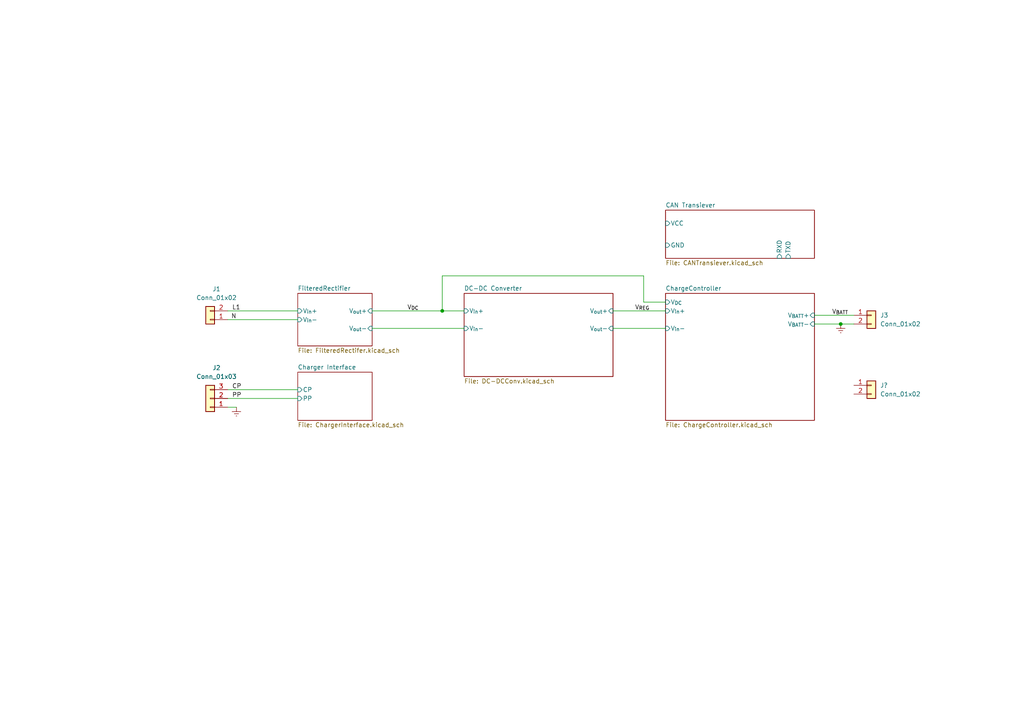
<source format=kicad_sch>
(kicad_sch (version 20210621) (generator eeschema)
  (paper "A4")
  (lib_symbols
    (symbol "Connector_Generic:Conn_01x02" (pin_names (offset 1.016) hide)
      (property "Reference" "J" (at 0 2.54 0))
      (property "Value" "Conn_01x02" (at 0 -5.08 0))
      (symbol "Conn_01x02_1_1"
        (rectangle (start -1.27 -2.413) (end 0 -2.667) (stroke (width 0.1524)))
        (rectangle (start -1.27 0.127) (end 0 -0.127) (stroke (width 0.1524)))
        (rectangle (start -1.27 1.27) (end 1.27 -3.81) (stroke (width 0.254)) (fill (type background)))
        (pin passive line (at -5.08 0 0) (length 3.81) (name "Pin_1") (number "1"))
        (pin passive line (at -5.08 -2.54 0) (length 3.81) (name "Pin_2") (number "2"))
      )
    )
    (symbol "Connector_Generic:Conn_01x03" (pin_names (offset 1.016) hide)
      (property "Reference" "J" (at 0 5.08 0))
      (property "Value" "Conn_01x03" (at 0 -5.08 0))
      (symbol "Conn_01x03_1_1"
        (rectangle (start -1.27 -2.413) (end 0 -2.667) (stroke (width 0.1524)))
        (rectangle (start -1.27 0.127) (end 0 -0.127) (stroke (width 0.1524)))
        (rectangle (start -1.27 2.667) (end 0 2.413) (stroke (width 0.1524)))
        (rectangle (start -1.27 3.81) (end 1.27 -3.81) (stroke (width 0.254)) (fill (type background)))
        (pin passive line (at -5.08 2.54 0) (length 3.81) (name "Pin_1") (number "1"))
        (pin passive line (at -5.08 0 0) (length 3.81) (name "Pin_2") (number "2"))
        (pin passive line (at -5.08 -2.54 0) (length 3.81) (name "Pin_3") (number "3"))
      )
    )
    (symbol "power:Earth" (power) (pin_names (offset 0))
      (symbol "Earth_0_1"
        (polyline (pts (xy -0.635 -1.905) (xy 0.635 -1.905)))
        (polyline (pts (xy -0.127 -2.54) (xy 0.127 -2.54)))
        (polyline (pts (xy 0 -1.27) (xy 0 0)))
        (polyline (pts (xy 1.27 -1.27) (xy -1.27 -1.27)))
      )
      (symbol "Earth_1_1"
        (pin power_in line (at 0 0 270) (length 0) hide (name "Earth") (number "1"))
      )
    )
  )
  (junction (at 128.27 90.17))
  (junction (at 243.84 93.98))
  (wire (pts (xy 134.62 95.25) (xy 107.95 95.25)))
  (wire (pts (xy 86.36 113.03) (xy 66.04 113.03)))
  (wire (pts (xy 177.8 90.17) (xy 193.04 90.17)))
  (wire (pts (xy 66.04 90.17) (xy 86.36 90.17)))
  (wire (pts (xy 193.04 95.25) (xy 177.8 95.25)))
  (wire (pts (xy 193.04 87.63) (xy 186.69 87.63)))
  (wire (pts (xy 66.04 92.71) (xy 86.36 92.71)))
  (wire (pts (xy 86.36 115.57) (xy 66.04 115.57)))
  (wire (pts (xy 128.27 90.17) (xy 134.62 90.17)))
  (wire (pts (xy 107.95 90.17) (xy 128.27 90.17)))
  (wire (pts (xy 128.27 80.01) (xy 128.27 90.17)))
  (wire (pts (xy 186.69 80.01) (xy 128.27 80.01)))
  (wire (pts (xy 186.69 87.63) (xy 186.69 80.01)))
  (wire (pts (xy 236.22 91.44) (xy 247.65 91.44)))
  (wire (pts (xy 243.84 93.98) (xy 247.65 93.98)))
  (wire (pts (xy 236.22 93.98) (xy 243.84 93.98)))
  (wire (pts (xy 68.58 118.11) (xy 66.04 118.11)))
  (label "N" (at 68.58 92.71 180))
  (label "CP" (at 67.31 113.03 0))
  (label "L1" (at 67.31 90.17 0))
  (label "V_{REG}" (at 184.15 90.17 0))
  (label "V_{BATT}" (at 241.3 91.44 0))
  (label "V_{DC}" (at 118.11 90.17 0))
  (label "PP" (at 67.31 115.57 0))
  (symbol (lib_id "Connector_Generic:Conn_01x02") (at 252.73 91.44 0) (unit 1)
    (property "Reference" "J3" (at 255.27 91.4399 0) (effects (justify left)))
    (property "Value" "Conn_01x02" (at 255.27 93.9799 0) (effects (justify left)))
    (property "Footprint" "Connector:Banana_Jack_2Pin" (effects hide))
  )
  (symbol (lib_id "Connector_Generic:Conn_01x02") (at 60.96 92.71 180) (unit 1)
    (property "Reference" "J1" (at 62.8015 83.82 0))
    (property "Value" "Conn_01x02" (at 62.8015 86.36 0))
    (property "Footprint" "Connector:Banana_Jack_2Pin" (effects hide))
  )
  (symbol (lib_id "power:Earth") (at 243.84 93.98 0) (unit 1)
    (property "Reference" "#PWR0102" (effects hide))
    (property "Value" "Earth" (effects hide))
  )
  (symbol (lib_id "Connector_Generic:Conn_01x02") (at 252.73 111.76 0) (unit 1)
    (property "Reference" "J?" (at 255.27 111.7599 0) (effects (justify left)))
    (property "Value" "Conn_01x02" (at 255.27 114.2999 0) (effects (justify left)))
    (property "Footprint" "Connector:Banana_Jack_2Pin" (effects hide))
  )
  (symbol (lib_id "Connector_Generic:Conn_01x03") (at 60.96 115.57 180) (unit 1)
    (property "Reference" "J2" (at 62.8015 106.68 0))
    (property "Value" "Conn_01x03" (at 62.8015 109.22 0))
    (property "Footprint" "Connector:Banana_Jack_3Pin" (effects hide))
  )
  (symbol (lib_id "power:Earth") (at 68.58 118.11 0) (unit 1)
    (property "Reference" "#PWR0101" (effects hide))
    (property "Value" "Earth" (effects hide))
  )
  (sheet (at 193.04 85.09) (size 43.18 36.83) (stroke (width 0.1524))
    (property "Sheet name" "ChargeController" (at 193.04 84.3784 0) (effects (justify left bottom)))
    (property "Sheet file" "ChargeController.kicad_sch" (at 193.04 122.5046 0) (effects (justify left top)))
    (pin "V_{in}+" input (at 193.04 90.17 180))
    (pin "V_{BATT}+" input (at 236.22 91.44 0))
    (pin "V_{DC}" input (at 193.04 87.63 180))
    (pin "V_{in}-" input (at 193.04 95.25 180))
    (pin "V_{BATT}-" input (at 236.22 93.98 0))
  )
  (sheet (at 86.36 85.09) (size 21.59 15.24) (stroke (width 0.1524))
    (property "Sheet name" "FilteredRectifier" (at 86.36 84.3784 0) (effects (justify left bottom)))
    (property "Sheet file" "FilteredRectifer.kicad_sch" (at 86.36 100.9146 0) (effects (justify left top)))
    (pin "V_{out}-" input (at 107.95 95.25 0))
    (pin "V_{out}+" input (at 107.95 90.17 0))
    (pin "V_{in}-" input (at 86.36 92.71 180))
    (pin "V_{in}+" input (at 86.36 90.17 180))
  )
  (sheet (at 86.36 107.95) (size 21.59 13.97) (stroke (width 0.1524))
    (property "Sheet name" "Charger Interface" (at 86.36 107.2384 0) (effects (justify left bottom)))
    (property "Sheet file" "ChargerInterface.kicad_sch" (at 86.36 122.5046 0) (effects (justify left top)))
    (pin "CP" input (at 86.36 113.03 180))
    (pin "PP" input (at 86.36 115.57 180))
  )
  (sheet (at 193.04 60.96) (size 43.18 13.97) (stroke (width 0.1524))
    (property "Sheet name" "CAN Transiever" (at 193.04 60.2484 0) (effects (justify left bottom)))
    (property "Sheet file" "CANTransiever.kicad_sch" (at 193.04 75.5146 0) (effects (justify left top)))
    (pin "RXD" input (at 226.06 74.93 270))
    (pin "TXD" input (at 228.6 74.93 270))
    (pin "VCC" input (at 193.04 64.77 180))
    (pin "GND" input (at 193.04 71.12 180))
  )
  (sheet (at 134.62 85.09) (size 43.18 24.13) (stroke (width 0.1524))
    (property "Sheet name" "DC-DC Converter" (at 134.62 84.3784 0) (effects (justify left bottom)))
    (property "Sheet file" "DC-DCConv.kicad_sch" (at 134.62 109.8046 0) (effects (justify left top)))
    (pin "V_{out}+" input (at 177.8 90.17 0))
    (pin "V_{out}-" input (at 177.8 95.25 0))
    (pin "V_{in}+" input (at 134.62 90.17 180))
    (pin "V_{in}-" input (at 134.62 95.25 180))
  )
)
</source>
